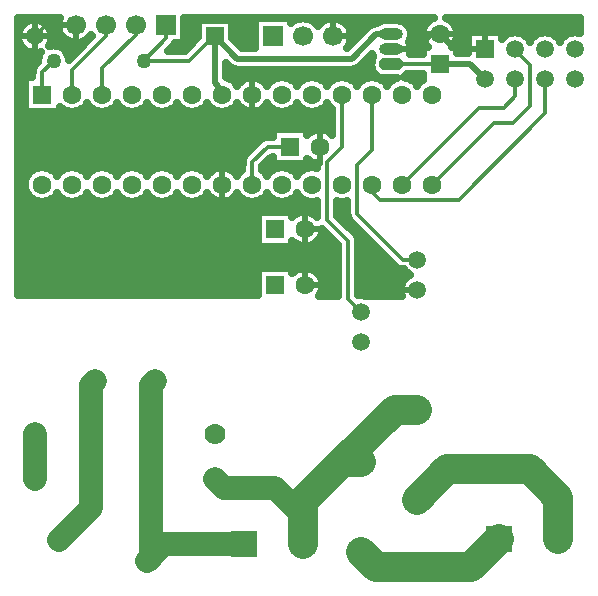
<source format=gbr>
G04 DipTrace 3.0.0.2*
G04 Bottom.gbr*
%MOMM*%
G04 #@! TF.FileFunction,Copper,L2,Bot*
G04 #@! TF.Part,Single*
%AMOUTLINE0*
4,1,8,
0.75,-0.5,
1.0,-0.25,
1.0,0.25,
0.75,0.5,
-0.75,0.5,
-1.0,0.25,
-1.0,-0.25,
-0.75,-0.5,
0.75,-0.5,
0*%
G04 #@! TA.AperFunction,CopperBalancing*
%ADD13C,0.5*%
G04 #@! TA.AperFunction,Conductor*
%ADD14C,0.33*%
%ADD15C,2.5*%
%ADD16C,2.0*%
G04 #@! TA.AperFunction,CopperBalancing*
%ADD17C,0.635*%
G04 #@! TA.AperFunction,ComponentPad*
%ADD18R,1.6X1.6*%
%ADD19C,1.6*%
%ADD20R,1.5X1.5*%
%ADD21C,1.5*%
%ADD22C,2.3*%
%ADD23R,2.3X2.3*%
%ADD24R,1.7X1.7*%
%ADD25C,1.7*%
%ADD26C,1.27*%
%ADD27C,1.27*%
%ADD28C,1.778*%
%ADD29C,1.778*%
%ADD30O,2.0X1.0*%
%ADD31C,1.9*%
%ADD67OUTLINE0*%
%FSLAX35Y35*%
G04*
G71*
G90*
G75*
G01*
G04 Bottom*
%LPD*%
X4684058Y5749100D2*
D13*
X4811058Y5622100D1*
X5065058D1*
X1603815Y5825393D2*
D14*
X1349762D1*
X1254522Y5730153D1*
X4271308Y5622100D2*
X4496308D1*
X4620208Y5746000D1*
X4680958D1*
X4684058Y5749100D1*
X4112208Y4476000D2*
Y4412500D1*
X4175535Y4349173D1*
X4842055D1*
X5573058Y5080177D1*
Y5368100D1*
X2111815Y5825393D2*
Y5746000D1*
X1826208Y5460393D1*
Y5238000D1*
X4016642Y2126773D2*
D15*
X3857775D1*
X4302002Y2571000D1*
X4493208D1*
X3524568Y1428480D2*
Y1793567D1*
X3857775Y2126773D1*
X3524568Y1428480D2*
D16*
Y1666580D1*
X3286468Y1904680D1*
X2858048D1*
X2778682Y1984047D1*
X4016642Y1364773D2*
D15*
X4143915Y1237500D1*
X4945712D1*
X5183835Y1475623D1*
X1254682Y2365007D2*
D16*
Y1984047D1*
X3024568Y1428480D2*
X2349942D1*
X2207082Y1285620D1*
X2238828Y1317367D1*
Y2777460D1*
X2270522Y2809153D1*
X3096208Y4476000D2*
D14*
Y4666500D1*
X3226308Y4796600D1*
X3414058D1*
X4493208Y1809000D2*
D15*
X4747622Y2063413D1*
X5445242D1*
X5683835Y1824820D1*
Y1475623D1*
X1457082Y1465620D2*
D16*
X1730882Y1739420D1*
Y2777513D1*
X1762522Y2809153D1*
X1318208Y5238000D2*
D14*
Y5428593D1*
X1413415Y5523800D1*
X4112208Y5238000D2*
Y4764500D1*
X3985208Y4637500D1*
Y4225450D1*
X4369658Y3841000D1*
X4493208D1*
X1857815Y5825393D2*
Y5730100D1*
X1572208Y5444493D1*
Y5238000D1*
X3858208D2*
Y4796250D1*
X3731208Y4669250D1*
Y4174373D1*
X3905832Y3999750D1*
Y3507583D1*
X4016642Y3396773D1*
X5319058Y5622100D2*
Y5618650D1*
X5445708Y5492000D1*
Y5142747D1*
X5302942Y4999980D1*
X5144188D1*
X4620208Y4476000D1*
X5319058Y5368100D2*
Y5222473D1*
X5223552Y5126967D1*
X5017175D1*
X4366208Y4476000D1*
X4684058Y5495100D2*
D13*
X4938058D1*
X5065058Y5368100D1*
X4271308Y5495100D2*
D14*
X4684058D1*
X2842208Y5238000D2*
D13*
X2873842D1*
X2778522Y5333320D1*
Y5730153D1*
X2175415Y5523800D2*
D14*
X2556295D1*
X2778522Y5746027D1*
Y5730153D1*
X2365815Y5825393D2*
Y5714200D1*
X2175415Y5523800D1*
X4271308Y5749100D2*
D13*
X4146702D1*
X3937275Y5539673D1*
X2969002D1*
X2778522Y5730153D1*
X1366291Y5825717D2*
D17*
X1445120D1*
X2524422D2*
X2629916D1*
X2927126D2*
X3111995D1*
X3903562D2*
X4088928D1*
X4416523D2*
X4551907D1*
X4816251D2*
X5867424D1*
X1399405Y5762550D2*
X1458763D1*
X2524422D2*
X2629916D1*
X2927126D2*
X3111995D1*
X3933700D2*
X4023319D1*
X4444180D2*
X4531071D1*
X4837087D2*
X4916412D1*
X5213746D2*
X5289847D1*
X5348187D2*
X5543847D1*
X5602187D2*
X5797847D1*
X1399777Y5699383D2*
X1511969D1*
X2524422D2*
X2607096D1*
X2946101D2*
X3111995D1*
X4433886D2*
X4539009D1*
X4829025D2*
X4916412D1*
X1486593Y5636217D2*
X1639093D1*
X2412676D2*
X2543968D1*
X3009229D2*
X3111995D1*
X4444056D2*
X4530451D1*
X4837707D2*
X4916412D1*
X1118182Y5573050D2*
X1285874D1*
X1540916D2*
X1575983D1*
X1118182Y5509883D2*
X1274712D1*
X4044329D2*
X4097733D1*
X1118182Y5446717D2*
X1230063D1*
X2877144D2*
X4101950D1*
X1118182Y5383550D2*
X1164579D1*
X2877144D2*
X3067347D1*
X3125191D2*
X3321347D1*
X3379191D2*
X3575347D1*
X3633191D2*
X3829347D1*
X3887191D2*
X4083347D1*
X4395191D2*
X4530451D1*
X1118182Y5320383D2*
X1164579D1*
X1118182Y5257217D2*
X1164579D1*
X1118182Y5194050D2*
X1164579D1*
X1118182Y5130883D2*
X1164579D1*
X1679698D2*
X1718716D1*
X1933698D2*
X1972716D1*
X2187698D2*
X2226716D1*
X2441698D2*
X2480716D1*
X2695698D2*
X2734716D1*
X2949698D2*
X2988716D1*
X3203698D2*
X3242716D1*
X3457698D2*
X3496716D1*
X3711698D2*
X3750716D1*
X1118182Y5067717D2*
X3768079D1*
X1118182Y5004550D2*
X3768079D1*
X1118182Y4941383D2*
X3260451D1*
X3567707D2*
X3634630D1*
X3701404D2*
X3768079D1*
X1118182Y4878217D2*
X3201168D1*
X1118182Y4815050D2*
X3119932D1*
X1118182Y4751883D2*
X3056805D1*
X1118182Y4688717D2*
X3009056D1*
X1118182Y4625550D2*
X3006079D1*
X3186335D2*
X3641079D1*
X1118182Y4562383D2*
X1192608D1*
X1118182Y4499217D2*
X1166439D1*
X1118182Y4436050D2*
X1170036D1*
X1118182Y4372883D2*
X1206747D1*
X1118182Y4309717D2*
X3641079D1*
X3821335D2*
X3895079D1*
X1118182Y4246550D2*
X3641079D1*
X3821335D2*
X3895079D1*
X1118182Y4183383D2*
X3133451D1*
X3847007D2*
X3906489D1*
X1118182Y4120217D2*
X3133451D1*
X3910135D2*
X3965648D1*
X1118182Y4057050D2*
X3133451D1*
X3688878D2*
X3723679D1*
X3973263D2*
X4028776D1*
X1118182Y3993883D2*
X3133451D1*
X3651547D2*
X3786931D1*
X3995960D2*
X4092028D1*
X1118182Y3930717D2*
X3815704D1*
X3995960D2*
X4155156D1*
X1118182Y3867550D2*
X3815704D1*
X3995960D2*
X4218284D1*
X1118182Y3804383D2*
X3815704D1*
X3995960D2*
X4281536D1*
X1118182Y3741217D2*
X3133451D1*
X3633687D2*
X3815704D1*
X3995960D2*
X4385468D1*
X1118182Y3678050D2*
X3133451D1*
X3683545D2*
X3815704D1*
X3995960D2*
X4377530D1*
X1118182Y3614883D2*
X3133451D1*
X3694583D2*
X3815704D1*
X3995960D2*
X4347268D1*
X1118182Y3551717D2*
X3133451D1*
X3676971D2*
X3815704D1*
X3995960D2*
X4349005D1*
X3171518Y3769140D2*
X3434348D1*
Y3723375D1*
X3450771Y3738222D1*
X3466535Y3748895D1*
X3483543Y3757446D1*
X3501512Y3763732D1*
X3520142Y3767647D1*
X3539121Y3769127D1*
X3558132Y3768147D1*
X3576858Y3764723D1*
X3594987Y3758912D1*
X3612214Y3750812D1*
X3628253Y3740558D1*
X3642835Y3728320D1*
X3655717Y3714304D1*
X3666684Y3698744D1*
X3675552Y3681899D1*
X3682173Y3664051D1*
X3686438Y3645498D1*
X3688348Y3621850D1*
X3687118Y3602853D1*
X3683448Y3584173D1*
X3677399Y3566123D1*
X3669073Y3549004D1*
X3660713Y3536018D1*
X3822155Y3535823D1*
X3822042Y3965106D1*
X3688348Y4098100D1*
X3687118Y4079103D1*
X3683448Y4060423D1*
X3677399Y4042373D1*
X3669073Y4025254D1*
X3658609Y4009351D1*
X3646180Y3994932D1*
X3631996Y3982235D1*
X3616293Y3971474D1*
X3599332Y3962828D1*
X3581399Y3956442D1*
X3562791Y3952422D1*
X3543821Y3950836D1*
X3524804Y3951710D1*
X3506059Y3955029D1*
X3487899Y3960738D1*
X3470626Y3968741D1*
X3454530Y3978906D1*
X3439880Y3991062D1*
X3434364Y3996594D1*
X3434349Y3950810D1*
X3139769D1*
Y4245390D1*
X3434349D1*
Y4199625D1*
X3450771Y4214472D1*
X3466535Y4225145D1*
X3483543Y4233696D1*
X3501512Y4239982D1*
X3520142Y4243897D1*
X3539121Y4245377D1*
X3558132Y4244397D1*
X3576858Y4240973D1*
X3594987Y4235162D1*
X3612214Y4227062D1*
X3628253Y4216808D1*
X3642835Y4204570D1*
X3647447Y4199957D1*
X3647418Y4335232D1*
X3627250Y4330523D1*
X3604208Y4328710D1*
X3581167Y4330523D1*
X3558693Y4335919D1*
X3537340Y4344764D1*
X3517634Y4356840D1*
X3500059Y4371850D1*
X3485048Y4389425D1*
X3477277Y4401446D1*
X3462209Y4380343D1*
X3445866Y4364000D1*
X3427167Y4350415D1*
X3406574Y4339922D1*
X3384593Y4332780D1*
X3361765Y4329164D1*
X3338652D1*
X3315824Y4332780D1*
X3293843Y4339922D1*
X3273250Y4350415D1*
X3254551Y4364000D1*
X3238208Y4380343D1*
X3223277Y4401446D1*
X3208209Y4380343D1*
X3191866Y4364000D1*
X3173167Y4350415D1*
X3152574Y4339922D1*
X3130593Y4332780D1*
X3107765Y4329164D1*
X3084652D1*
X3061824Y4332780D1*
X3039843Y4339922D1*
X3019250Y4350415D1*
X3000551Y4364000D1*
X2984208Y4380343D1*
X2969277Y4401446D1*
X2955824Y4382268D1*
X2942786Y4368397D1*
X2928068Y4356323D1*
X2911915Y4346249D1*
X2894598Y4338342D1*
X2876406Y4332735D1*
X2857643Y4329521D1*
X2838621Y4328754D1*
X2819660Y4330446D1*
X2801075Y4334570D1*
X2783178Y4341057D1*
X2766266Y4349797D1*
X2750623Y4360646D1*
X2736510Y4373422D1*
X2724163Y4387911D1*
X2715238Y4401416D1*
X2700209Y4380343D1*
X2683866Y4364000D1*
X2665167Y4350415D1*
X2644574Y4339922D1*
X2622593Y4332780D1*
X2599765Y4329164D1*
X2576652D1*
X2553824Y4332780D1*
X2531843Y4339922D1*
X2511250Y4350415D1*
X2492551Y4364000D1*
X2476208Y4380343D1*
X2461277Y4401446D1*
X2446209Y4380343D1*
X2429866Y4364000D1*
X2411167Y4350415D1*
X2390574Y4339922D1*
X2368593Y4332780D1*
X2345765Y4329164D1*
X2322652D1*
X2299824Y4332780D1*
X2277843Y4339922D1*
X2257250Y4350415D1*
X2238551Y4364000D1*
X2222208Y4380343D1*
X2207277Y4401446D1*
X2192209Y4380343D1*
X2175866Y4364000D1*
X2157167Y4350415D1*
X2136574Y4339922D1*
X2114593Y4332780D1*
X2091765Y4329164D1*
X2068652D1*
X2045824Y4332780D1*
X2023843Y4339922D1*
X2003250Y4350415D1*
X1984551Y4364000D1*
X1968208Y4380343D1*
X1953277Y4401446D1*
X1938209Y4380343D1*
X1921866Y4364000D1*
X1903167Y4350415D1*
X1882574Y4339922D1*
X1860593Y4332780D1*
X1837765Y4329164D1*
X1814652D1*
X1791824Y4332780D1*
X1769843Y4339922D1*
X1749250Y4350415D1*
X1730551Y4364000D1*
X1714208Y4380343D1*
X1699277Y4401446D1*
X1684209Y4380343D1*
X1667866Y4364000D1*
X1649167Y4350415D1*
X1628574Y4339922D1*
X1606593Y4332780D1*
X1583765Y4329164D1*
X1560652D1*
X1537824Y4332780D1*
X1515843Y4339922D1*
X1495250Y4350415D1*
X1476551Y4364000D1*
X1460208Y4380343D1*
X1445277Y4401446D1*
X1430209Y4380343D1*
X1413866Y4364000D1*
X1395167Y4350415D1*
X1374574Y4339922D1*
X1352593Y4332780D1*
X1329765Y4329164D1*
X1306652D1*
X1283824Y4332780D1*
X1261843Y4339922D1*
X1241250Y4350415D1*
X1222551Y4364000D1*
X1206208Y4380343D1*
X1192623Y4399041D1*
X1182130Y4419635D1*
X1174988Y4441616D1*
X1171372Y4464444D1*
Y4487556D1*
X1174988Y4510384D1*
X1182130Y4532365D1*
X1192623Y4552959D1*
X1206208Y4571657D1*
X1222551Y4588000D1*
X1241250Y4601585D1*
X1261843Y4612078D1*
X1283824Y4619220D1*
X1306652Y4622836D1*
X1329765D1*
X1352593Y4619220D1*
X1374574Y4612078D1*
X1395167Y4601585D1*
X1413866Y4588000D1*
X1430209Y4571657D1*
X1445140Y4550554D1*
X1460208Y4571657D1*
X1476551Y4588000D1*
X1495250Y4601585D1*
X1515843Y4612078D1*
X1537824Y4619220D1*
X1560652Y4622836D1*
X1583765D1*
X1606593Y4619220D1*
X1628574Y4612078D1*
X1649167Y4601585D1*
X1667866Y4588000D1*
X1684209Y4571657D1*
X1699140Y4550554D1*
X1714208Y4571657D1*
X1730551Y4588000D1*
X1749250Y4601585D1*
X1769843Y4612078D1*
X1791824Y4619220D1*
X1814652Y4622836D1*
X1837765D1*
X1860593Y4619220D1*
X1882574Y4612078D1*
X1903167Y4601585D1*
X1921866Y4588000D1*
X1938209Y4571657D1*
X1953140Y4550554D1*
X1968208Y4571657D1*
X1984551Y4588000D1*
X2003250Y4601585D1*
X2023843Y4612078D1*
X2045824Y4619220D1*
X2068652Y4622836D1*
X2091765D1*
X2114593Y4619220D1*
X2136574Y4612078D1*
X2157167Y4601585D1*
X2175866Y4588000D1*
X2192209Y4571657D1*
X2207140Y4550554D1*
X2222208Y4571657D1*
X2238551Y4588000D1*
X2257250Y4601585D1*
X2277843Y4612078D1*
X2299824Y4619220D1*
X2322652Y4622836D1*
X2345765D1*
X2368593Y4619220D1*
X2390574Y4612078D1*
X2411167Y4601585D1*
X2429866Y4588000D1*
X2446209Y4571657D1*
X2461140Y4550554D1*
X2476208Y4571657D1*
X2492551Y4588000D1*
X2511250Y4601585D1*
X2531843Y4612078D1*
X2553824Y4619220D1*
X2576652Y4622836D1*
X2599765D1*
X2622593Y4619220D1*
X2644574Y4612078D1*
X2665167Y4601585D1*
X2683866Y4588000D1*
X2700209Y4571657D1*
X2715140Y4550554D1*
X2729119Y4570367D1*
X2742235Y4584165D1*
X2757021Y4596156D1*
X2773229Y4606139D1*
X2790590Y4613949D1*
X2808814Y4619454D1*
X2827595Y4622563D1*
X2846620Y4623224D1*
X2865572Y4621425D1*
X2884133Y4617197D1*
X2901994Y4610611D1*
X2918856Y4601776D1*
X2934438Y4590839D1*
X2948479Y4577985D1*
X2960745Y4563426D1*
X2969195Y4550558D1*
X2984208Y4571657D1*
X3000551Y4588000D1*
X3012451Y4597043D1*
X3012677Y4673074D1*
X3016519Y4692393D1*
X3024766Y4710280D1*
X3036960Y4725749D1*
X3037583Y4726324D1*
X3171891Y4860315D1*
X3188269Y4871258D1*
X3206748Y4878075D1*
X3226308Y4880390D1*
X3227156Y4880357D1*
X3266864Y4880390D1*
X3266769Y4943890D1*
X3561349D1*
Y4898125D1*
X3577771Y4912972D1*
X3593535Y4923645D1*
X3610543Y4932196D1*
X3628512Y4938482D1*
X3647142Y4942397D1*
X3666121Y4943877D1*
X3685132Y4942897D1*
X3703858Y4939473D1*
X3721987Y4933662D1*
X3739214Y4925562D1*
X3755253Y4915308D1*
X3769835Y4903070D1*
X3774447Y4898457D1*
X3774418Y5116851D1*
X3754059Y5133850D1*
X3739048Y5151425D1*
X3731277Y5163446D1*
X3716209Y5142343D1*
X3699866Y5126000D1*
X3681167Y5112415D1*
X3660574Y5101922D1*
X3638593Y5094780D1*
X3615765Y5091164D1*
X3592652D1*
X3569824Y5094780D1*
X3547843Y5101922D1*
X3527250Y5112415D1*
X3508551Y5126000D1*
X3492208Y5142343D1*
X3477277Y5163446D1*
X3462209Y5142343D1*
X3445866Y5126000D1*
X3427167Y5112415D1*
X3406574Y5101922D1*
X3384593Y5094780D1*
X3361765Y5091164D1*
X3338652D1*
X3315824Y5094780D1*
X3293843Y5101922D1*
X3273250Y5112415D1*
X3254551Y5126000D1*
X3238208Y5142343D1*
X3223277Y5163446D1*
X3209824Y5144268D1*
X3196786Y5130397D1*
X3182068Y5118323D1*
X3165915Y5108249D1*
X3148598Y5100342D1*
X3130406Y5094735D1*
X3111643Y5091521D1*
X3092621Y5090754D1*
X3073660Y5092446D1*
X3055075Y5096570D1*
X3037178Y5103057D1*
X3020266Y5111797D1*
X3004623Y5122646D1*
X2990510Y5135422D1*
X2978163Y5149911D1*
X2969238Y5163416D1*
X2954209Y5142343D1*
X2937866Y5126000D1*
X2919167Y5112415D1*
X2898574Y5101922D1*
X2876593Y5094780D1*
X2853765Y5091164D1*
X2830652D1*
X2807824Y5094780D1*
X2785843Y5101922D1*
X2765250Y5112415D1*
X2746551Y5126000D1*
X2730208Y5142343D1*
X2715277Y5163446D1*
X2700209Y5142343D1*
X2683866Y5126000D1*
X2665167Y5112415D1*
X2644574Y5101922D1*
X2622593Y5094780D1*
X2599765Y5091164D1*
X2576652D1*
X2553824Y5094780D1*
X2531843Y5101922D1*
X2511250Y5112415D1*
X2492551Y5126000D1*
X2476208Y5142343D1*
X2461277Y5163446D1*
X2446209Y5142343D1*
X2429866Y5126000D1*
X2411167Y5112415D1*
X2390574Y5101922D1*
X2368593Y5094780D1*
X2345765Y5091164D1*
X2322652D1*
X2299824Y5094780D1*
X2277843Y5101922D1*
X2257250Y5112415D1*
X2238551Y5126000D1*
X2222208Y5142343D1*
X2207277Y5163446D1*
X2192209Y5142343D1*
X2175866Y5126000D1*
X2157167Y5112415D1*
X2136574Y5101922D1*
X2114593Y5094780D1*
X2091765Y5091164D1*
X2068652D1*
X2045824Y5094780D1*
X2023843Y5101922D1*
X2003250Y5112415D1*
X1984551Y5126000D1*
X1968208Y5142343D1*
X1953277Y5163446D1*
X1938209Y5142343D1*
X1921866Y5126000D1*
X1903167Y5112415D1*
X1882574Y5101922D1*
X1860593Y5094780D1*
X1837765Y5091164D1*
X1814652D1*
X1791824Y5094780D1*
X1769843Y5101922D1*
X1749250Y5112415D1*
X1730551Y5126000D1*
X1714208Y5142343D1*
X1699277Y5163446D1*
X1684209Y5142343D1*
X1667866Y5126000D1*
X1649167Y5112415D1*
X1628574Y5101922D1*
X1606593Y5094780D1*
X1583765Y5091164D1*
X1560652D1*
X1537824Y5094780D1*
X1515843Y5101922D1*
X1495250Y5112415D1*
X1476551Y5126000D1*
X1465513Y5136604D1*
X1465499Y5090710D1*
X1170919D1*
Y5385290D1*
X1234543D1*
X1234677Y5435167D1*
X1238519Y5454486D1*
X1246766Y5472374D1*
X1258960Y5487842D1*
X1259583Y5488418D1*
X1283077Y5511959D1*
X1283028Y5534062D1*
X1286239Y5554332D1*
X1292581Y5573851D1*
X1301898Y5592138D1*
X1305308Y5597241D1*
X1287235Y5591675D1*
X1268458Y5588547D1*
X1249431Y5587954D1*
X1230496Y5589906D1*
X1211991Y5594368D1*
X1194246Y5601261D1*
X1177581Y5610460D1*
X1162293Y5621801D1*
X1148655Y5635082D1*
X1136912Y5650064D1*
X1127274Y5666479D1*
X1119913Y5684034D1*
X1114962Y5702415D1*
X1112508Y5721292D1*
X1112596Y5740327D1*
X1115224Y5759181D1*
X1120345Y5777515D1*
X1127868Y5795001D1*
X1137657Y5811327D1*
X1149538Y5826200D1*
X1163298Y5839354D1*
X1178691Y5850553D1*
X1195441Y5859598D1*
X1213248Y5866326D1*
X1231794Y5870616D1*
X1250746Y5872393D1*
X1269767Y5871624D1*
X1288514Y5868323D1*
X1306653Y5862550D1*
X1323859Y5854406D1*
X1339824Y5844039D1*
X1354262Y5831634D1*
X1366916Y5817412D1*
X1377557Y5801629D1*
X1385997Y5784566D1*
X1392083Y5766529D1*
X1395708Y5747842D1*
X1396670Y5723805D1*
X1394551Y5704888D1*
X1389925Y5686423D1*
X1382876Y5668740D1*
X1373530Y5652157D1*
X1370143Y5647232D1*
X1392955Y5652980D1*
X1413415Y5654590D1*
X1433875Y5652980D1*
X1453831Y5648189D1*
X1472793Y5640335D1*
X1490292Y5629611D1*
X1505898Y5616282D1*
X1519226Y5600676D1*
X1529950Y5583177D1*
X1537804Y5564216D1*
X1542595Y5544260D1*
X1543750Y5534500D1*
X1739132Y5729915D1*
X1730899Y5741433D1*
X1715188Y5721526D1*
X1701359Y5708442D1*
X1686005Y5697186D1*
X1669367Y5687934D1*
X1651705Y5680829D1*
X1633294Y5675984D1*
X1614423Y5673473D1*
X1595386Y5673337D1*
X1576481Y5675577D1*
X1558002Y5680158D1*
X1540240Y5687008D1*
X1523471Y5696021D1*
X1507958Y5707056D1*
X1493943Y5719940D1*
X1481645Y5734472D1*
X1471255Y5750425D1*
X1462938Y5767550D1*
X1456822Y5785578D1*
X1453003Y5804229D1*
X1451541Y5823210D1*
X1452458Y5842226D1*
X1455741Y5860978D1*
X1461338Y5879174D1*
X1465426Y5888888D1*
X1111832Y5888873D1*
X1111873Y3539332D1*
X3139778Y3536706D1*
X3139768Y3769140D1*
X3171518D1*
X3647452Y4650788D2*
X3626925Y4655170D1*
X3609028Y4661657D1*
X3592116Y4670397D1*
X3576473Y4681246D1*
X3561364Y4695094D1*
X3561349Y4649310D1*
X3266769D1*
Y4712934D1*
X3240656Y4692450D1*
X3179881Y4631676D1*
X3179999Y4597171D1*
X3200358Y4580150D1*
X3215369Y4562575D1*
X3223140Y4550554D1*
X3238208Y4571657D1*
X3254551Y4588000D1*
X3273250Y4601585D1*
X3293843Y4612078D1*
X3315824Y4619220D1*
X3338652Y4622836D1*
X3361765D1*
X3384593Y4619220D1*
X3406574Y4612078D1*
X3427167Y4601585D1*
X3445866Y4588000D1*
X3462209Y4571657D1*
X3477140Y4550554D1*
X3492208Y4571657D1*
X3508551Y4588000D1*
X3527250Y4601585D1*
X3547843Y4612078D1*
X3569824Y4619220D1*
X3592652Y4622836D1*
X3615765D1*
X3638593Y4619220D1*
X3647419Y4616731D1*
X3647418Y4650696D1*
X4568519Y5642390D2*
X4582533D1*
X4566013Y5661011D1*
X4555638Y5676972D1*
X4547407Y5694138D1*
X4541460Y5712221D1*
X4537895Y5730921D1*
X4536771Y5749925D1*
X4538107Y5768915D1*
X4541882Y5787573D1*
X4548032Y5805589D1*
X4556454Y5822662D1*
X4567007Y5838505D1*
X4579516Y5852856D1*
X4593771Y5865472D1*
X4609535Y5876145D1*
X4626543Y5884696D1*
X4637755Y5888908D1*
X2518116Y5888876D1*
X2518105Y5673103D1*
X2438854D1*
X2429530Y5659783D1*
X2377619Y5607507D1*
X2521565Y5607590D1*
X2636223Y5722225D1*
X2636232Y5872443D1*
X2920812D1*
Y5718282D1*
X3007337Y5631856D1*
X3118202Y5631963D1*
X3118305Y5882443D1*
X3422885D1*
Y5843376D1*
X3435081Y5853359D1*
X3455457Y5865845D1*
X3477535Y5874990D1*
X3500772Y5880568D1*
X3524595Y5882443D1*
X3548419Y5880568D1*
X3571655Y5874990D1*
X3593733Y5865845D1*
X3614109Y5853359D1*
X3632280Y5837839D1*
X3647800Y5819667D1*
X3651511Y5814113D1*
X3665745Y5832413D1*
X3679385Y5845694D1*
X3694576Y5857169D1*
X3711079Y5866659D1*
X3728638Y5874016D1*
X3746977Y5879125D1*
X3765810Y5881906D1*
X3784844Y5882315D1*
X3803779Y5880347D1*
X3822321Y5876031D1*
X3840180Y5869436D1*
X3857076Y5860664D1*
X3872746Y5849852D1*
X3886944Y5837170D1*
X3899450Y5822816D1*
X3910066Y5807014D1*
X3918629Y5790010D1*
X3925002Y5772071D1*
X3929088Y5753477D1*
X3930885Y5730153D1*
X3929695Y5711153D1*
X3926144Y5692450D1*
X3920287Y5674335D1*
X3912216Y5657093D1*
X3902056Y5640993D1*
X3894941Y5631920D1*
X3916917Y5649834D1*
X4086764Y5819278D1*
X4098480Y5827790D1*
X4111384Y5834365D1*
X4125157Y5838840D1*
X4139461Y5841106D1*
X4148810Y5841390D1*
X4168060Y5853606D1*
X4185064Y5860649D1*
X4202960Y5864946D1*
X4221344Y5866389D1*
X4330511Y5866028D1*
X4348689Y5863149D1*
X4366193Y5857462D1*
X4382592Y5849106D1*
X4397482Y5838288D1*
X4410496Y5825274D1*
X4421315Y5810384D1*
X4429670Y5793985D1*
X4435358Y5776481D1*
X4438237Y5758302D1*
Y5739898D1*
X4435358Y5721719D1*
X4429670Y5704215D1*
X4419896Y5685692D1*
X4430144Y5665823D1*
X4435782Y5647648D1*
X4438407Y5628801D1*
X4437912Y5609425D1*
X4434327Y5590736D1*
X4430336Y5578869D1*
X4536843Y5578890D1*
X4536769Y5642390D1*
X4568519D1*
X4785684D2*
X4831349D1*
Y5587447D1*
X4922769Y5587760D1*
Y5764390D1*
X5207349D1*
Y5710241D1*
X5218444Y5722714D1*
X5235422Y5737215D1*
X5254460Y5748881D1*
X5275088Y5757426D1*
X5296799Y5762638D1*
X5319058Y5764390D1*
X5341318Y5762638D1*
X5363028Y5757426D1*
X5383657Y5748881D1*
X5402694Y5737215D1*
X5419673Y5722714D1*
X5434173Y5705736D1*
X5446041Y5686262D1*
X5457943Y5705736D1*
X5472444Y5722714D1*
X5489422Y5737215D1*
X5508460Y5748881D1*
X5529088Y5757426D1*
X5550799Y5762638D1*
X5573058Y5764390D1*
X5595318Y5762638D1*
X5617028Y5757426D1*
X5637657Y5748881D1*
X5656694Y5737215D1*
X5673673Y5722714D1*
X5688173Y5705736D1*
X5700041Y5686262D1*
X5711943Y5705736D1*
X5726444Y5722714D1*
X5743422Y5737215D1*
X5762460Y5748881D1*
X5783088Y5757426D1*
X5804799Y5762638D1*
X5827058Y5764390D1*
X5849318Y5762638D1*
X5873854Y5756384D1*
X5873819Y5888883D1*
X4732029Y5888359D1*
X4749590Y5881009D1*
X4766056Y5871455D1*
X4781152Y5859858D1*
X4794626Y5846410D1*
X4806253Y5831336D1*
X4815839Y5814889D1*
X4823224Y5797343D1*
X4828283Y5778991D1*
X4830934Y5760140D1*
X4830801Y5736416D1*
X4827940Y5717595D1*
X4822675Y5699301D1*
X4815094Y5681839D1*
X4805324Y5665500D1*
X4793529Y5650558D1*
X4785541Y5642380D1*
X4536769Y5359344D2*
Y5411434D1*
X4407610Y5411310D1*
X4385861Y5390661D1*
X4376389Y5384928D1*
X4400593Y5381220D1*
X4422574Y5374078D1*
X4443167Y5363585D1*
X4461866Y5350000D1*
X4478209Y5333657D1*
X4493140Y5312554D1*
X4508208Y5333657D1*
X4524551Y5350000D1*
X4536751Y5359243D1*
X3994513Y3537327D2*
X4016642Y3539063D1*
X4038901Y3537312D1*
X4048018Y3535498D1*
X4360664Y3535125D1*
X4353648Y3559262D1*
X4351195Y3578139D1*
X4351283Y3597174D1*
X4353911Y3616028D1*
X4359032Y3634362D1*
X4366555Y3651848D1*
X4376344Y3668174D1*
X4388225Y3683046D1*
X4401985Y3696200D1*
X4417378Y3707400D1*
X4428610Y3714219D1*
X4409572Y3725885D1*
X4392594Y3740386D1*
X4378174Y3757261D1*
X4356551Y3758241D1*
X4337593Y3763588D1*
X4320408Y3773212D1*
X4310410Y3781751D1*
X3921494Y4171033D1*
X3910551Y4187410D1*
X3903733Y4205890D1*
X3901418Y4225450D1*
X3901451Y4226297D1*
X3901418Y4335211D1*
X3881250Y4330523D1*
X3858208Y4328710D1*
X3835167Y4330523D1*
X3814998Y4335269D1*
Y4208999D1*
X3969546Y4054167D1*
X3980489Y4037790D1*
X3987307Y4019310D1*
X3989622Y3999750D1*
X3989589Y3998903D1*
X3989622Y3542228D1*
X2870788Y5382375D2*
X2887724Y5378081D1*
X2909077Y5369236D1*
X2928783Y5357160D1*
X2946358Y5342150D1*
X2961369Y5324575D1*
X2969140Y5312554D1*
X2983119Y5332367D1*
X2996235Y5346165D1*
X3011021Y5358156D1*
X3027229Y5368139D1*
X3044590Y5375949D1*
X3062814Y5381454D1*
X3081595Y5384563D1*
X3100620Y5385224D1*
X3119572Y5383425D1*
X3138133Y5379197D1*
X3155994Y5372611D1*
X3172856Y5363776D1*
X3188438Y5352839D1*
X3202479Y5339985D1*
X3214745Y5325426D1*
X3223195Y5312558D1*
X3238208Y5333657D1*
X3254551Y5350000D1*
X3273250Y5363585D1*
X3293843Y5374078D1*
X3315824Y5381220D1*
X3338652Y5384836D1*
X3361765D1*
X3384593Y5381220D1*
X3406574Y5374078D1*
X3427167Y5363585D1*
X3445866Y5350000D1*
X3462209Y5333657D1*
X3477140Y5312554D1*
X3492208Y5333657D1*
X3508551Y5350000D1*
X3527250Y5363585D1*
X3547843Y5374078D1*
X3569824Y5381220D1*
X3592652Y5384836D1*
X3615765D1*
X3638593Y5381220D1*
X3660574Y5374078D1*
X3681167Y5363585D1*
X3699866Y5350000D1*
X3716209Y5333657D1*
X3731140Y5312554D1*
X3746208Y5333657D1*
X3762551Y5350000D1*
X3781250Y5363585D1*
X3801843Y5374078D1*
X3823824Y5381220D1*
X3846652Y5384836D1*
X3869765D1*
X3892593Y5381220D1*
X3914574Y5374078D1*
X3935167Y5363585D1*
X3953866Y5350000D1*
X3970209Y5333657D1*
X3985140Y5312554D1*
X4000208Y5333657D1*
X4016551Y5350000D1*
X4035250Y5363585D1*
X4055843Y5374078D1*
X4077824Y5381220D1*
X4100652Y5384836D1*
X4123765D1*
X4146593Y5381220D1*
X4168574Y5374078D1*
X4189167Y5363585D1*
X4207866Y5350000D1*
X4224209Y5333657D1*
X4239140Y5312554D1*
X4254208Y5333657D1*
X4270551Y5350000D1*
X4289250Y5363585D1*
X4309843Y5374078D1*
X4320058Y5377847D1*
X4191029Y5378017D1*
X4175515Y5381103D1*
X4161149Y5387726D1*
X4148153Y5398140D1*
X4116869Y5430548D1*
X4109140Y5444349D1*
X4104847Y5459573D1*
X4104018Y5470100D1*
X4104847Y5530627D1*
X4109140Y5545851D1*
X4117521Y5560479D1*
X4116869Y5559652D1*
X4117752Y5567028D1*
X4110853Y5582753D1*
X3997213Y5469495D1*
X3985497Y5460983D1*
X3972593Y5454408D1*
X3958820Y5449933D1*
X3944516Y5447668D1*
X3715025Y5447383D1*
X2961761Y5447668D1*
X2947457Y5449933D1*
X2933684Y5454408D1*
X2920780Y5460983D1*
X2909064Y5469495D1*
X2870856Y5507301D1*
X2870812Y5382516D1*
X3541058Y3769016D2*
D13*
Y3621850D1*
X3688224D1*
X3541058Y4245266D2*
Y3950934D1*
Y4098100D2*
X3688224D1*
X3668058Y4943766D2*
Y4649434D1*
X4536892Y5749100D2*
X4831224D1*
X1254522Y5872319D2*
Y5587987D1*
X1112356Y5730153D2*
X1396688D1*
X3778595Y5882319D2*
Y5730153D1*
X3930761D1*
X1603815Y5825393D2*
Y5673227D1*
X1451649Y5825393D2*
X1603815D1*
X4351042Y3587000D2*
X4493208D1*
X5065058Y5764266D2*
Y5622100D1*
X4922893D2*
X5065058D1*
X3096208Y5385166D2*
Y5090834D1*
X2842208Y4623166D2*
Y4328834D1*
X4271308Y5622100D2*
X4438474D1*
D18*
X3287058Y3621850D3*
D19*
X3541058D3*
Y4098100D3*
D18*
X3287058D3*
D19*
X3668058Y4796600D3*
D18*
X3414058D3*
X4684058Y5495100D3*
D19*
Y5749100D3*
D20*
X2778522Y5730153D3*
D21*
X1762522Y2809153D3*
X2270522D3*
X1254522Y5730153D3*
D22*
X3524568Y1428480D3*
D23*
X3024568D3*
D22*
X5683835Y1475623D3*
D23*
X5183835D3*
D24*
X3270595Y5730153D3*
D25*
X3524595D3*
X3778595D3*
D24*
X2365815Y5825393D3*
D25*
X2111815D3*
X1857815D3*
X1603815D3*
D21*
X4016642Y3396773D3*
Y3142773D3*
Y2126773D3*
Y1364773D3*
X4493208Y3841000D3*
Y3587000D3*
Y2571000D3*
Y1809000D3*
D20*
X5065058Y5622100D3*
D21*
Y5368100D3*
X5319058Y5622100D3*
Y5368100D3*
X5573058Y5622100D3*
Y5368100D3*
X5827058Y5622100D3*
Y5368100D3*
D26*
X1413415Y5523800D3*
D27*
X2175415D3*
D28*
X1254682Y1984047D3*
D29*
X2778682D3*
D28*
X1254682Y2365007D3*
D29*
X2778682D3*
D18*
X1318208Y5238000D3*
D19*
X1572208D3*
X1826208D3*
X2080208D3*
X2334208D3*
X2588208D3*
X2842208D3*
X3096208D3*
X3350208D3*
X3604208D3*
X3858208D3*
X4112208D3*
X4366208D3*
X4620208D3*
Y4476000D3*
X4366208D3*
X4112208D3*
X3858208D3*
X3604208D3*
X3350208D3*
X3096208D3*
X2842208D3*
X2588208D3*
X2334208D3*
X2080208D3*
X1826208D3*
X1572208D3*
X1318208D3*
D67*
X4271308Y5495100D3*
D30*
Y5622100D3*
Y5749100D3*
D31*
X2207082Y1285620D3*
X1457082Y1465620D3*
M02*

</source>
